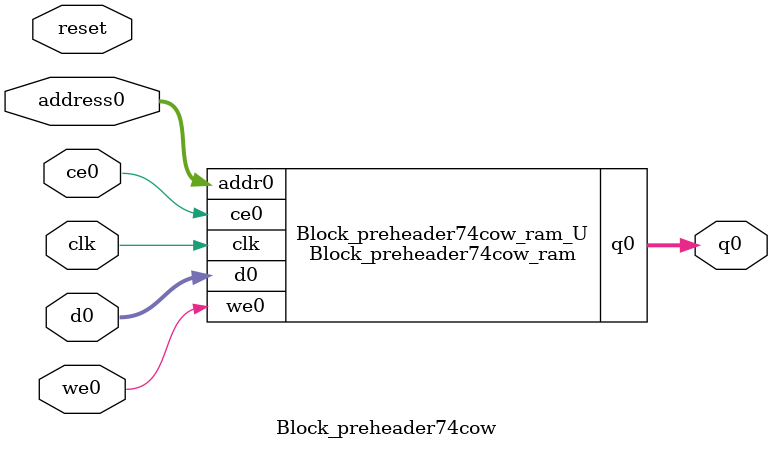
<source format=v>
`timescale 1 ns / 1 ps
module Block_preheader74cow_ram (addr0, ce0, d0, we0, q0,  clk);

parameter DWIDTH = 5;
parameter AWIDTH = 12;
parameter MEM_SIZE = 2688;

input[AWIDTH-1:0] addr0;
input ce0;
input[DWIDTH-1:0] d0;
input we0;
output reg[DWIDTH-1:0] q0;
input clk;

(* ram_style = "block" *)reg [DWIDTH-1:0] ram[0:MEM_SIZE-1];




always @(posedge clk)  
begin 
    if (ce0) begin
        if (we0) 
            ram[addr0] <= d0; 
        q0 <= ram[addr0];
    end
end


endmodule

`timescale 1 ns / 1 ps
module Block_preheader74cow(
    reset,
    clk,
    address0,
    ce0,
    we0,
    d0,
    q0);

parameter DataWidth = 32'd5;
parameter AddressRange = 32'd2688;
parameter AddressWidth = 32'd12;
input reset;
input clk;
input[AddressWidth - 1:0] address0;
input ce0;
input we0;
input[DataWidth - 1:0] d0;
output[DataWidth - 1:0] q0;



Block_preheader74cow_ram Block_preheader74cow_ram_U(
    .clk( clk ),
    .addr0( address0 ),
    .ce0( ce0 ),
    .we0( we0 ),
    .d0( d0 ),
    .q0( q0 ));

endmodule


</source>
